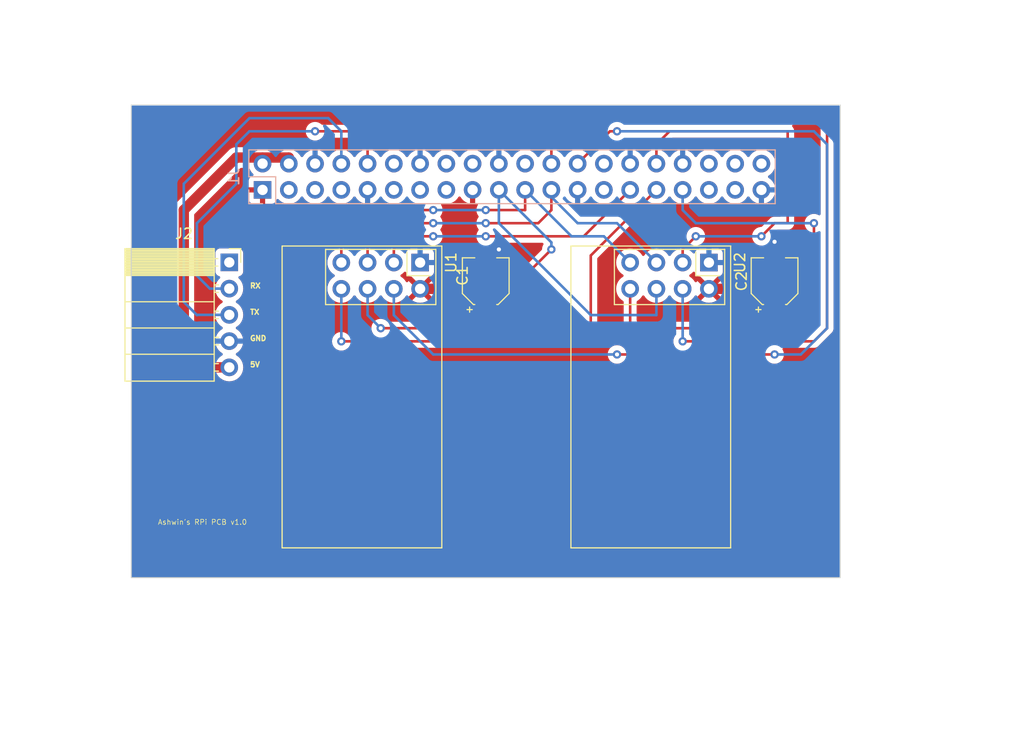
<source format=kicad_pcb>
(kicad_pcb (version 20221018) (generator pcbnew)
  (layers (0 "F.Cu" signal) (31 "B.Cu" signal) (34 "B.Paste" user) (35 "F.Paste" user) (36 "B.SilkS" user "B.Silkscreen") (37 "F.SilkS" user "F.Silkscreen") (38 "B.Mask" user) (39 "F.Mask" user) (44 "Edge.Cuts" user))
  (net 0 "")
  (net 1 "+3.3V")
  (net 2 "GND")
  (net 3 "+5V")
  (net 7 "Net-(J1-GPIO14{slash}TXD)")
  (net 8 "Net-(J1-GPIO15{slash}RXD)")
  (net 15 "Net-(J1-MOSI0{slash}GPIO10)")
  (net 16 "Net-(J1-MISO0{slash}GPIO9)")
  (net 18 "Net-(J1-SCLK0{slash}GPIO11)")
  (net 19 "Net-(J1-~{CE0}{slash}GPIO8)")
  (net 20 "Net-(J1-~{CE1}{slash}GPIO7)")
  (net 23 "Net-(J1-GCLK1{slash}GPIO5)")
  (net 24 "Net-(J1-GCLK2{slash}GPIO6)")
  (net 25 "Net-(J1-PWM0{slash}GPIO12)")
  (net 26 "Net-(J1-PWM1{slash}GPIO13)")
  (footprint "Connector_PinSocket_2.54mm:PinSocket_1x05_P2.54mm_Horizontal" (layer "F.Cu") (at 50.12 53.32)
    (fp_text reference "J2" (at -4.38 -2.77) (layer "F.SilkS"))
    (fp_text value "~")
    (fp_line (start -10.09 -1.33) (end -10.09 11.49) (stroke (width 0.12)) (layer "F.SilkS"))
    (fp_line (start -10.09 -1.33) (end -1.46 -1.33) (stroke (width 0.12)) (layer "F.SilkS"))
    (fp_line (start -10.09 -1.21) (end -1.46 -1.21) (stroke (width 0.12)) (layer "F.SilkS"))
    (fp_line (start -10.09 -1.091905) (end -1.46 -1.091905) (stroke (width 0.12)) (layer "F.SilkS"))
    (fp_line (start -10.09 -0.97381) (end -1.46 -0.97381) (stroke (width 0.12)) (layer "F.SilkS"))
    (fp_line (start -10.09 -0.855715) (end -1.46 -0.855715) (stroke (width 0.12)) (layer "F.SilkS"))
    (fp_line (start -10.09 -0.73762) (end -1.46 -0.73762) (stroke (width 0.12)) (layer "F.SilkS"))
    (fp_line (start -10.09 -0.619525) (end -1.46 -0.619525) (stroke (width 0.12)) (layer "F.SilkS"))
    (fp_line (start -10.09 -0.50143) (end -1.46 -0.50143) (stroke (width 0.12)) (layer "F.SilkS"))
    (fp_line (start -10.09 -0.383335) (end -1.46 -0.383335) (stroke (width 0.12)) (layer "F.SilkS"))
    (fp_line (start -10.09 -0.26524) (end -1.46 -0.26524) (stroke (width 0.12)) (layer "F.SilkS"))
    (fp_line (start -10.09 -0.147145) (end -1.46 -0.147145) (stroke (width 0.12)) (layer "F.SilkS"))
    (fp_line (start -10.09 -0.02905) (end -1.46 -0.02905) (stroke (width 0.12)) (layer "F.SilkS"))
    (fp_line (start -10.09 0.089045) (end -1.46 0.089045) (stroke (width 0.12)) (layer "F.SilkS"))
    (fp_line (start -10.09 0.20714) (end -1.46 0.20714) (stroke (width 0.12)) (layer "F.SilkS"))
    (fp_line (start -10.09 0.325235) (end -1.46 0.325235) (stroke (width 0.12)) (layer "F.SilkS"))
    (fp_line (start -10.09 0.44333) (end -1.46 0.44333) (stroke (width 0.12)) (layer "F.SilkS"))
    (fp_line (start -10.09 0.561425) (end -1.46 0.561425) (stroke (width 0.12)) (layer "F.SilkS"))
    (fp_line (start -10.09 0.67952) (end -1.46 0.67952) (stroke (width 0.12)) (layer "F.SilkS"))
    (fp_line (start -10.09 0.797615) (end -1.46 0.797615) (stroke (width 0.12)) (layer "F.SilkS"))
    (fp_line (start -10.09 0.91571) (end -1.46 0.91571) (stroke (width 0.12)) (layer "F.SilkS"))
    (fp_line (start -10.09 1.033805) (end -1.46 1.033805) (stroke (width 0.12)) (layer "F.SilkS"))
    (fp_line (start -10.09 1.1519) (end -1.46 1.1519) (stroke (width 0.12)) (layer "F.SilkS"))
    (fp_line (start -10.09 1.27) (end -1.46 1.27) (stroke (width 0.12)) (layer "F.SilkS"))
    (fp_line (start -10.09 3.81) (end -1.46 3.81) (stroke (width 0.12)) (layer "F.SilkS"))
    (fp_line (start -10.09 6.35) (end -1.46 6.35) (stroke (width 0.12)) (layer "F.SilkS"))
    (fp_line (start -10.09 8.89) (end -1.46 8.89) (stroke (width 0.12)) (layer "F.SilkS"))
    (fp_line (start -10.09 11.49) (end -1.46 11.49) (stroke (width 0.12)) (layer "F.SilkS"))
    (fp_line (start -1.46 -1.33) (end -1.46 11.49) (stroke (width 0.12)) (layer "F.SilkS"))
    (fp_line (start -1.46 -0.36) (end -1.11 -0.36) (stroke (width 0.12)) (layer "F.SilkS"))
    (fp_line (start -1.46 0.36) (end -1.11 0.36) (stroke (width 0.12)) (layer "F.SilkS"))
    (fp_line (start -1.46 2.18) (end -1.05 2.18) (stroke (width 0.12)) (layer "F.SilkS"))
    (fp_line (start -1.46 2.9) (end -1.05 2.9) (stroke (width 0.12)) (layer "F.SilkS"))
    (fp_line (start -1.46 4.72) (end -1.05 4.72) (stroke (width 0.12)) (layer "F.SilkS"))
    (fp_line (start -1.46 5.44) (end -1.05 5.44) (stroke (width 0.12)) (layer "F.SilkS"))
    (fp_line (start -1.46 7.26) (end -1.05 7.26) (stroke (width 0.12)) (layer "F.SilkS"))
    (fp_line (start -1.46 7.98) (end -1.05 7.98) (stroke (width 0.12)) (layer "F.SilkS"))
    (fp_line (start -1.46 9.8) (end -1.05 9.8) (stroke (width 0.12)) (layer "F.SilkS"))
    (fp_line (start -1.46 10.52) (end -1.05 10.52) (stroke (width 0.12)) (layer "F.SilkS"))
    (fp_line (start 0 -1.33) (end 1.11 -1.33) (stroke (width 0.12)) (layer "F.SilkS"))
    (fp_line (start 1.11 -1.33) (end 1.11 0) (stroke (width 0.12)) (layer "F.SilkS"))
    (pad "1" thru_hole rect (at 0 0) (size 1.7 1.7) (drill 1) (layers "*.Cu" "*.Mask"))
    (pad "2" thru_hole oval (at 0 2.54) (size 1.7 1.7) (drill 1) (layers "*.Cu" "*.Mask") (net 8 "Net-(J1-GPIO15{slash}RXD)"))
    (pad "3" thru_hole oval (at 0 5.08) (size 1.7 1.7) (drill 1) (layers "*.Cu" "*.Mask") (net 7 "Net-(J1-GPIO14{slash}TXD)"))
    (pad "4" thru_hole oval (at 0 7.62) (size 1.7 1.7) (drill 1) (layers "*.Cu" "*.Mask") (net 2 "GND"))
    (pad "5" thru_hole oval (at 0 10.16) (size 1.7 1.7) (drill 1) (layers "*.Cu" "*.Mask") (net 3 "+5V"))
  )
  (footprint "Capacitor_SMD:CP_Elec_4x5.4" (layer "F.Cu") (at 102.87 55.14 90)
    (fp_text reference "C2" (at 0 -3.2 90) (layer "F.SilkS"))
    (fp_text value "10 uF")
    (fp_line (start -3 -1.56) (end -2.5 -1.56) (stroke (width 0.12)) (layer "F.SilkS"))
    (fp_line (start -2.75 -1.81) (end -2.75 -1.31) (stroke (width 0.12)) (layer "F.SilkS"))
    (fp_line (start -2.26 -1.195563) (end -2.26 -1.06) (stroke (width 0.12)) (layer "F.SilkS"))
    (fp_line (start -2.26 -1.195563) (end -1.195563 -2.26) (stroke (width 0.12)) (layer "F.SilkS"))
    (fp_line (start -2.26 1.195563) (end -2.26 1.06) (stroke (width 0.12)) (layer "F.SilkS"))
    (fp_line (start -2.26 1.195563) (end -1.195563 2.26) (stroke (width 0.12)) (layer "F.SilkS"))
    (fp_line (start -1.195563 -2.26) (end 2.26 -2.26) (stroke (width 0.12)) (layer "F.SilkS"))
    (fp_line (start -1.195563 2.26) (end 2.26 2.26) (stroke (width 0.12)) (layer "F.SilkS"))
    (fp_line (start 2.26 -2.26) (end 2.26 -1.06) (stroke (width 0.12)) (layer "F.SilkS"))
    (fp_line (start 2.26 2.26) (end 2.26 1.06) (stroke (width 0.12)) (layer "F.SilkS"))
    (pad "1" smd roundrect (at -1.8 0 90) (size 2.6 1.6) (layers "F.Cu" "F.Paste" "F.Mask") (roundrect_rratio 0.15625) (net 1 "+3.3V"))
    (pad "2" smd roundrect (at 1.8 0 90) (size 2.6 1.6) (layers "F.Cu" "F.Paste" "F.Mask") (roundrect_rratio 0.15625) (net 2 "GND"))
  )
  (footprint "RF_Module:nRF24L01_Breakout" (layer "F.Cu") (at 68.58 53.34 -90)
    (fp_text reference "U1" (at 0 -3 90) (layer "F.SilkS"))
    (fp_text value "NRF24L01_Breakout")
    (fp_line (start -1.6 -2.1) (end -1.6 -2.1) (stroke (width 0.12)) (layer "F.SilkS"))
    (fp_line (start -1.6 -2.1) (end 27.6 -2.1) (stroke (width 0.12)) (layer "F.SilkS"))
    (fp_line (start -1.6 13.35) (end -1.6 -2.1) (stroke (width 0.12)) (layer "F.SilkS"))
    (fp_line (start -1.27 -1.524) (end -1.27 -1.524) (stroke (width 0.12)) (layer "F.SilkS"))
    (fp_line (start -1.27 -1.524) (end 4.064 -1.524) (stroke (width 0.12)) (layer "F.SilkS"))
    (fp_line (start -1.27 9.144) (end -1.27 -1.524) (stroke (width 0.12)) (layer "F.SilkS"))
    (fp_line (start -1.27 9.144) (end -1.27 9.144) (stroke (width 0.12)) (layer "F.SilkS"))
    (fp_line (start -1.016 1.27) (end -1.016 1.27) (stroke (width 0.12)) (layer "F.SilkS"))
    (fp_line (start 1.27 -1.016) (end 1.27 1.27) (stroke (width 0.12)) (layer "F.SilkS"))
    (fp_line (start 1.27 1.27) (end -1.016 1.27) (stroke (width 0.12)) (layer "F.SilkS"))
    (fp_line (start 4.064 -1.524) (end 4.064 9.144) (stroke (width 0.12)) (layer "F.SilkS"))
    (fp_line (start 4.064 9.144) (end -1.27 9.144) (stroke (width 0.12)) (layer "F.SilkS"))
    (fp_line (start 27.6 -2.1) (end 27.6 13.35) (stroke (width 0.12)) (layer "F.SilkS"))
    (fp_line (start 27.6 13.35) (end -1.6 13.35) (stroke (width 0.12)) (layer "F.SilkS"))
    (pad "1" thru_hole rect (at 0 0 270) (size 1.7 1.7) (drill 1) (layers "*.Cu" "*.Mask") (net 2 "GND"))
    (pad "2" thru_hole circle (at 2.54 0 270) (size 1.7 1.7) (drill 1) (layers "*.Cu" "*.Mask") (net 1 "+3.3V"))
    (pad "3" thru_hole circle (at 0 2.54 270) (size 1.7 1.7) (drill 1) (layers "*.Cu" "*.Mask") (net 23 "Net-(J1-GCLK1{slash}GPIO5)"))
    (pad "4" thru_hole circle (at 2.54 2.54 270) (size 1.7 1.7) (drill 1) (layers "*.Cu" "*.Mask") (net 20 "Net-(J1-~{CE1}{slash}GPIO7)"))
    (pad "5" thru_hole circle (at 0 5.08 270) (size 1.7 1.7) (drill 1) (layers "*.Cu" "*.Mask") (net 18 "Net-(J1-SCLK0{slash}GPIO11)"))
    (pad "6" thru_hole circle (at 2.54 5.08 270) (size 1.7 1.7) (drill 1) (layers "*.Cu" "*.Mask") (net 15 "Net-(J1-MOSI0{slash}GPIO10)"))
    (pad "7" thru_hole circle (at 0 7.62 270) (size 1.7 1.7) (drill 1) (layers "*.Cu" "*.Mask") (net 16 "Net-(J1-MISO0{slash}GPIO9)"))
    (pad "8" thru_hole circle (at 2.54 7.62 270) (size 1.7 1.7) (drill 1) (layers "*.Cu" "*.Mask") (net 24 "Net-(J1-GCLK2{slash}GPIO6)"))
  )
  (footprint "RF_Module:nRF24L01_Breakout" (layer "F.Cu") (at 96.52 53.34 -90)
    (fp_text reference "U2" (at 0 -3 90) (layer "F.SilkS"))
    (fp_text value "NRF24L01_Breakout")
    (fp_line (start -1.6 -2.1) (end -1.6 -2.1) (stroke (width 0.12)) (layer "F.SilkS"))
    (fp_line (start -1.6 -2.1) (end 27.6 -2.1) (stroke (width 0.12)) (layer "F.SilkS"))
    (fp_line (start -1.6 13.35) (end -1.6 -2.1) (stroke (width 0.12)) (layer "F.SilkS"))
    (fp_line (start -1.27 -1.524) (end -1.27 -1.524) (stroke (width 0.12)) (layer "F.SilkS"))
    (fp_line (start -1.27 -1.524) (end 4.064 -1.524) (stroke (width 0.12)) (layer "F.SilkS"))
    (fp_line (start -1.27 9.144) (end -1.27 -1.524) (stroke (width 0.12)) (layer "F.SilkS"))
    (fp_line (start -1.27 9.144) (end -1.27 9.144) (stroke (width 0.12)) (layer "F.SilkS"))
    (fp_line (start -1.016 1.27) (end -1.016 1.27) (stroke (width 0.12)) (layer "F.SilkS"))
    (fp_line (start 1.27 -1.016) (end 1.27 1.27) (stroke (width 0.12)) (layer "F.SilkS"))
    (fp_line (start 1.27 1.27) (end -1.016 1.27) (stroke (width 0.12)) (layer "F.SilkS"))
    (fp_line (start 4.064 -1.524) (end 4.064 9.144) (stroke (width 0.12)) (layer "F.SilkS"))
    (fp_line (start 4.064 9.144) (end -1.27 9.144) (stroke (width 0.12)) (layer "F.SilkS"))
    (fp_line (start 27.6 -2.1) (end 27.6 13.35) (stroke (width 0.12)) (layer "F.SilkS"))
    (fp_line (start 27.6 13.35) (end -1.6 13.35) (stroke (width 0.12)) (layer "F.SilkS"))
    (pad "1" thru_hole rect (at 0 0 270) (size 1.7 1.7) (drill 1) (layers "*.Cu" "*.Mask") (net 2 "GND"))
    (pad "2" thru_hole circle (at 2.54 0 270) (size 1.7 1.7) (drill 1) (layers "*.Cu" "*.Mask") (net 1 "+3.3V"))
    (pad "3" thru_hole circle (at 0 2.54 270) (size 1.7 1.7) (drill 1) (layers "*.Cu" "*.Mask") (net 25 "Net-(J1-PWM0{slash}GPIO12)"))
    (pad "4" thru_hole circle (at 2.54 2.54 270) (size 1.7 1.7) (drill 1) (layers "*.Cu" "*.Mask") (net 19 "Net-(J1-~{CE0}{slash}GPIO8)"))
    (pad "5" thru_hole circle (at 0 5.08 270) (size 1.7 1.7) (drill 1) (layers "*.Cu" "*.Mask") (net 18 "Net-(J1-SCLK0{slash}GPIO11)"))
    (pad "6" thru_hole circle (at 2.54 5.08 270) (size 1.7 1.7) (drill 1) (layers "*.Cu" "*.Mask") (net 15 "Net-(J1-MOSI0{slash}GPIO10)"))
    (pad "7" thru_hole circle (at 0 7.62 270) (size 1.7 1.7) (drill 1) (layers "*.Cu" "*.Mask") (net 16 "Net-(J1-MISO0{slash}GPIO9)"))
    (pad "8" thru_hole circle (at 2.54 7.62 270) (size 1.7 1.7) (drill 1) (layers "*.Cu" "*.Mask") (net 26 "Net-(J1-PWM1{slash}GPIO13)"))
  )
  (footprint "Capacitor_SMD:CP_Elec_4x5.4" (layer "F.Cu") (at 74.93 55.14 90)
    (fp_text reference "C1" (at 0.532219 -2.26 90) (layer "F.SilkS"))
    (fp_text value "10 uF")
    (fp_line (start -3 -1.56) (end -2.5 -1.56) (stroke (width 0.12)) (layer "F.SilkS"))
    (fp_line (start -2.75 -1.81) (end -2.75 -1.31) (stroke (width 0.12)) (layer "F.SilkS"))
    (fp_line (start -2.26 -1.195563) (end -2.26 -1.06) (stroke (width 0.12)) (layer "F.SilkS"))
    (fp_line (start -2.26 -1.195563) (end -1.195563 -2.26) (stroke (width 0.12)) (layer "F.SilkS"))
    (fp_line (start -2.26 1.195563) (end -2.26 1.06) (stroke (width 0.12)) (layer "F.SilkS"))
    (fp_line (start -2.26 1.195563) (end -1.195563 2.26) (stroke (width 0.12)) (layer "F.SilkS"))
    (fp_line (start -1.195563 -2.26) (end 2.26 -2.26) (stroke (width 0.12)) (layer "F.SilkS"))
    (fp_line (start -1.195563 2.26) (end 2.26 2.26) (stroke (width 0.12)) (layer "F.SilkS"))
    (fp_line (start 2.26 -2.26) (end 2.26 -1.06) (stroke (width 0.12)) (layer "F.SilkS"))
    (fp_line (start 2.26 2.26) (end 2.26 1.06) (stroke (width 0.12)) (layer "F.SilkS"))
    (pad "1" smd roundrect (at -1.8 0 90) (size 2.6 1.6) (layers "F.Cu" "F.Paste" "F.Mask") (roundrect_rratio 0.15625) (net 1 "+3.3V"))
    (pad "2" smd roundrect (at 1.8 0 90) (size 2.6 1.6) (layers "F.Cu" "F.Paste" "F.Mask") (roundrect_rratio 0.15625) (net 2 "GND"))
  )
  (footprint "Connector_PinSocket_2.54mm:PinSocket_2x20_P2.54mm_Vertical" (layer "B.Cu") (at 53.34 46.31 -90)
    (fp_text reference "J1" (at -1.27 2.77 -270) (layer "B.SilkS") (effects (justify mirror)))
    (fp_text value "Raspberry_Pi_2_3")
    (fp_line (start -3.87 -49.59) (end 1.33 -49.59) (stroke (width 0.12)) (layer "B.SilkS"))
    (fp_line (start -3.87 1.33) (end -3.87 -49.59) (stroke (width 0.12)) (layer "B.SilkS"))
    (fp_line (start -3.87 1.33) (end -1.27 1.33) (stroke (width 0.12)) (layer "B.SilkS"))
    (fp_line (start -1.27 -1.27) (end 1.33 -1.27) (stroke (width 0.12)) (layer "B.SilkS"))
    (fp_line (start -1.27 1.33) (end -1.27 -1.27) (stroke (width 0.12)) (layer "B.SilkS"))
    (fp_line (start 0 1.33) (end 1.33 1.33) (stroke (width 0.12)) (layer "B.SilkS"))
    (fp_line (start 1.33 -1.27) (end 1.33 -49.59) (stroke (width 0.12)) (layer "B.SilkS"))
    (fp_line (start 1.33 1.33) (end 1.33 0) (stroke (width 0.12)) (layer "B.SilkS"))
    (pad "1" thru_hole rect (at 0 0 270) (size 1.7 1.7) (drill 1) (layers "*.Cu" "*.Mask") (net 1 "+3.3V"))
    (pad "2" thru_hole oval (at -2.54 0 270) (size 1.7 1.7) (drill 1) (layers "*.Cu" "*.Mask") (net 3 "+5V"))
    (pad "3" thru_hole oval (at 0 -2.54 270) (size 1.7 1.7) (drill 1) (layers "*.Cu" "*.Mask"))
    (pad "4" thru_hole oval (at -2.54 -2.54 270) (size 1.7 1.7) (drill 1) (layers "*.Cu" "*.Mask") (net 3 "+5V"))
    (pad "5" thru_hole oval (at 0 -5.08 270) (size 1.7 1.7) (drill 1) (layers "*.Cu" "*.Mask"))
    (pad "6" thru_hole oval (at -2.54 -5.08 270) (size 1.7 1.7) (drill 1) (layers "*.Cu" "*.Mask") (net 2 "GND"))
    (pad "7" thru_hole oval (at 0 -7.62 270) (size 1.7 1.7) (drill 1) (layers "*.Cu" "*.Mask"))
    (pad "8" thru_hole oval (at -2.54 -7.62 270) (size 1.7 1.7) (drill 1) (layers "*.Cu" "*.Mask") (net 7 "Net-(J1-GPIO14{slash}TXD)"))
    (pad "9" thru_hole oval (at 0 -10.16 270) (size 1.7 1.7) (drill 1) (layers "*.Cu" "*.Mask") (net 2 "GND"))
    (pad "10" thru_hole oval (at -2.54 -10.16 270) (size 1.7 1.7) (drill 1) (layers "*.Cu" "*.Mask") (net 8 "Net-(J1-GPIO15{slash}RXD)"))
    (pad "11" thru_hole oval (at 0 -12.7 270) (size 1.7 1.7) (drill 1) (layers "*.Cu" "*.Mask"))
    (pad "12" thru_hole oval (at -2.54 -12.7 270) (size 1.7 1.7) (drill 1) (layers "*.Cu" "*.Mask"))
    (pad "13" thru_hole oval (at 0 -15.24 270) (size 1.7 1.7) (drill 1) (layers "*.Cu" "*.Mask"))
    (pad "14" thru_hole oval (at -2.54 -15.24 270) (size 1.7 1.7) (drill 1) (layers "*.Cu" "*.Mask") (net 2 "GND"))
    (pad "15" thru_hole oval (at 0 -17.78 270) (size 1.7 1.7) (drill 1) (layers "*.Cu" "*.Mask"))
    (pad "16" thru_hole oval (at -2.54 -17.78 270) (size 1.7 1.7) (drill 1) (layers "*.Cu" "*.Mask"))
    (pad "17" thru_hole oval (at 0 -20.32 270) (size 1.7 1.7) (drill 1) (layers "*.Cu" "*.Mask") (net 1 "+3.3V"))
    (pad "18" thru_hole oval (at -2.54 -20.32 270) (size 1.7 1.7) (drill 1) (layers "*.Cu" "*.Mask"))
    (pad "19" thru_hole oval (at 0 -22.86 270) (size 1.7 1.7) (drill 1) (layers "*.Cu" "*.Mask") (net 15 "Net-(J1-MOSI0{slash}GPIO10)"))
    (pad "20" thru_hole oval (at -2.54 -22.86 270) (size 1.7 1.7) (drill 1) (layers "*.Cu" "*.Mask") (net 2 "GND"))
    (pad "21" thru_hole oval (at 0 -25.4 270) (size 1.7 1.7) (drill 1) (layers "*.Cu" "*.Mask") (net 16 "Net-(J1-MISO0{slash}GPIO9)"))
    (pad "22" thru_hole oval (at -2.54 -25.4 270) (size 1.7 1.7) (drill 1) (layers "*.Cu" "*.Mask"))
    (pad "23" thru_hole oval (at 0 -27.94 270) (size 1.7 1.7) (drill 1) (layers "*.Cu" "*.Mask") (net 18 "Net-(J1-SCLK0{slash}GPIO11)"))
    (pad "24" thru_hole oval (at -2.54 -27.94 270) (size 1.7 1.7) (drill 1) (layers "*.Cu" "*.Mask") (net 19 "Net-(J1-~{CE0}{slash}GPIO8)"))
    (pad "25" thru_hole oval (at 0 -30.48 270) (size 1.7 1.7) (drill 1) (layers "*.Cu" "*.Mask") (net 2 "GND"))
    (pad "26" thru_hole oval (at -2.54 -30.48 270) (size 1.7 1.7) (drill 1) (layers "*.Cu" "*.Mask") (net 20 "Net-(J1-~{CE1}{slash}GPIO7)"))
    (pad "27" thru_hole oval (at 0 -33.02 270) (size 1.7 1.7) (drill 1) (layers "*.Cu" "*.Mask"))
    (pad "28" thru_hole oval (at -2.54 -33.02 270) (size 1.7 1.7) (drill 1) (layers "*.Cu" "*.Mask"))
    (pad "29" thru_hole oval (at 0 -35.56 270) (size 1.7 1.7) (drill 1) (layers "*.Cu" "*.Mask") (net 23 "Net-(J1-GCLK1{slash}GPIO5)"))
    (pad "30" thru_hole oval (at -2.54 -35.56 270) (size 1.7 1.7) (drill 1) (layers "*.Cu" "*.Mask") (net 2 "GND"))
    (pad "31" thru_hole oval (at 0 -38.1 270) (size 1.7 1.7) (drill 1) (layers "*.Cu" "*.Mask") (net 24 "Net-(J1-GCLK2{slash}GPIO6)"))
    (pad "32" thru_hole oval (at -2.54 -38.1 270) (size 1.7 1.7) (drill 1) (layers "*.Cu" "*.Mask") (net 25 "Net-(J1-PWM0{slash}GPIO12)"))
    (pad "33" thru_hole oval (at 0 -40.64 270) (size 1.7 1.7) (drill 1) (layers "*.Cu" "*.Mask") (net 26 "Net-(J1-PWM1{slash}GPIO13)"))
    (pad "34" thru_hole oval (at -2.54 -40.64 270) (size 1.7 1.7) (drill 1) (layers "*.Cu" "*.Mask") (net 2 "GND"))
    (pad "35" thru_hole oval (at 0 -43.18 270) (size 1.7 1.7) (drill 1) (layers "*.Cu" "*.Mask"))
    (pad "36" thru_hole oval (at -2.54 -43.18 270) (size 1.7 1.7) (drill 1) (layers "*.Cu" "*.Mask"))
    (pad "37" thru_hole oval (at 0 -45.72 270) (size 1.7 1.7) (drill 1) (layers "*.Cu" "*.Mask"))
    (pad "38" thru_hole oval (at -2.54 -45.72 270) (size 1.7 1.7) (drill 1) (layers "*.Cu" "*.Mask"))
    (pad "39" thru_hole oval (at 0 -48.26 270) (size 1.7 1.7) (drill 1) (layers "*.Cu" "*.Mask") (net 2 "GND"))
    (pad "40" thru_hole oval (at -2.54 -48.26 270) (size 1.7 1.7) (drill 1) (layers "*.Cu" "*.Mask"))
  )
  (gr_rect (start 40.64 38.1) (end 109.22 83.82) (stroke (width 0.1)) (fill none) (layer "Edge.Cuts"))
  (gr_text "GND" (at 52.07 60.96) (layer "F.SilkS") (effects (font (size 0.5 0.5) (thickness 0.125)) (justify left bottom)))
  (gr_text "TX" (at 52.07 58.42) (layer "F.SilkS") (effects (font (size 0.5 0.5) (thickness 0.125)) (justify left bottom)))
  (gr_text "RX" (at 52.07 55.88) (layer "F.SilkS") (effects (font (size 0.5 0.5) (thickness 0.125)) (justify left bottom)))
  (gr_text "Ashwin's RPi PCB v1.0" (at 43.18 78.74) (layer "F.SilkS") (effects (font (size 0.5 0.5) (thickness 0.0625)) (justify left bottom)))
  (gr_text "5V" (at 52.07 63.5) (layer "F.SilkS") (effects (font (size 0.5 0.5) (thickness 0.125)) (justify left bottom)))
  (segment (start 68.58 55.88) (end 71.12 55.88) (width 1) (layer "F.Cu") (net 1))
  (segment (start 102.66 57.15) (end 102.87 56.94) (width 1) (layer "F.Cu") (net 1))
  (segment (start 99.06 55.88) (end 100.33 57.15) (width 1) (layer "F.Cu") (net 1))
  (segment (start 96.52 55.88) (end 99.06 55.88) (width 1) (layer "F.Cu") (net 1))
  (segment (start 71.12 55.88) (end 72.39 57.15) (width 1) (layer "F.Cu") (net 1))
  (segment (start 74.72 57.15) (end 74.93 56.94) (width 1) (layer "F.Cu") (net 1))
  (segment (start 72.39 57.15) (end 74.72 57.15) (width 1) (layer "F.Cu") (net 1))
  (segment (start 100.33 57.15) (end 102.66 57.15) (width 1) (layer "F.Cu") (net 1))
  (segment (start 76.2 52.07) (end 74.93 53.34) (width 0.25) (layer "F.Cu") (net 2))
  (segment (start 102.87 53.34) (end 102.87 51.33) (width 0.25) (layer "F.Cu") (net 2))
  (via (at 76.2 52.07) (size 0.8) (drill 0.4) (layers "F.Cu" "B.Cu") (net 2))
  (via (at 102.87 51.33) (size 0.8) (drill 0.4) (layers "F.Cu" "B.Cu") (net 2))
  (segment (start 45.72 48.26) (end 45.72 60.96) (width 1) (layer "F.Cu") (net 3))
  (segment (start 53.34 43.18) (end 53.34 43.77) (width 1) (layer "F.Cu") (net 3))
  (segment (start 50.8 43.18) (end 45.72 48.26) (width 1) (layer "F.Cu") (net 3))
  (segment (start 55.88 43.77) (end 55.88 43.18) (width 1) (layer "F.Cu") (net 3))
  (segment (start 45.72 60.96) (end 48.24 63.48) (width 1) (layer "F.Cu") (net 3))
  (segment (start 50.8 43.18) (end 55.88 43.18) (width 1) (layer "F.Cu") (net 3))
  (segment (start 48.24 63.48) (end 50.12 63.48) (width 1) (layer "F.Cu") (net 3))
  (segment (start 46.99 58.42) (end 45.72 57.15) (width 0.25) (layer "B.Cu") (net 7))
  (segment (start 52.07 39.37) (end 59.69 39.37) (width 0.25) (layer "B.Cu") (net 7))
  (segment (start 45.72 57.15) (end 45.72 45.72) (width 0.25) (layer "B.Cu") (net 7))
  (segment (start 45.72 45.72) (end 52.07 39.37) (width 0.25) (layer "B.Cu") (net 7))
  (segment (start 50.12 58.4) (end 47.01 58.4) (width 0.25) (layer "B.Cu") (net 7))
  (segment (start 60.96 40.64) (end 60.96 43.77) (width 0.25) (layer "B.Cu") (net 7))
  (segment (start 47.01 58.4) (end 46.99 58.42) (width 0.25) (layer "B.Cu") (net 7))
  (segment (start 59.69 39.37) (end 60.96 40.64) (width 0.25) (layer "B.Cu") (net 7))
  (segment (start 62.23 40.64) (end 63.5 41.91) (width 0.25) (layer "F.Cu") (net 8))
  (segment (start 58.42 40.64) (end 62.23 40.64) (width 0.25) (layer "F.Cu") (net 8))
  (segment (start 63.5 41.91) (end 63.5 43.77) (width 0.25) (layer "F.Cu") (net 8))
  (via (at 58.42 40.64) (size 0.8) (drill 0.4) (layers "F.Cu" "B.Cu") (net 8))
  (segment (start 50.8 45.72) (end 50.8 41.91) (width 0.25) (layer "B.Cu") (net 8))
  (segment (start 50.8 41.91) (end 52.07 40.64) (width 0.25) (layer "B.Cu") (net 8))
  (segment (start 50.12 55.86) (end 48.24 55.86) (width 0.25) (layer "B.Cu") (net 8))
  (segment (start 48.24 55.86) (end 46.99 54.61) (width 0.25) (layer "B.Cu") (net 8))
  (segment (start 46.99 49.53) (end 49.53 46.99) (width 0.25) (layer "B.Cu") (net 8))
  (segment (start 49.53 46.99) (end 50.8 45.72) (width 0.25) (layer "B.Cu") (net 8))
  (segment (start 52.07 40.64) (end 58.42 40.64) (width 0.25) (layer "B.Cu") (net 8))
  (segment (start 46.99 54.61) (end 46.99 49.53) (width 0.25) (layer "B.Cu") (net 8))
  (segment (start 76.2 59.69) (end 78.74 57.15) (width 0.25) (layer "F.Cu") (net 15))
  (segment (start 64.77 59.69) (end 76.2 59.69) (width 0.25) (layer "F.Cu") (net 15))
  (segment (start 78.74 54.61) (end 81.28 52.07) (width 0.25) (layer "F.Cu") (net 15))
  (segment (start 78.74 57.15) (end 78.74 54.61) (width 0.25) (layer "F.Cu") (net 15))
  (via (at 64.77 59.69) (size 0.8) (drill 0.4) (layers "F.Cu" "B.Cu") (net 15))
  (via (at 81.28 52.07) (size 0.8) (drill 0.4) (layers "F.Cu" "B.Cu") (net 15))
  (segment (start 63.5 58.42) (end 64.77 59.69) (width 0.25) (layer "B.Cu") (net 15))
  (segment (start 76.2 49.53) (end 76.2 46.31) (width 0.25) (layer "B.Cu") (net 15))
  (segment (start 85.09 58.42) (end 76.2 49.53) (width 0.25) (layer "B.Cu") (net 15))
  (segment (start 81.28 51.39) (end 76.2 46.31) (width 0.25) (layer "B.Cu") (net 15))
  (segment (start 63.5 55.88) (end 63.5 58.42) (width 0.25) (layer "B.Cu") (net 15))
  (segment (start 81.28 52.07) (end 81.28 51.39) (width 0.25) (layer "B.Cu") (net 15))
  (segment (start 91.44 55.88) (end 91.44 58.42) (width 0.25) (layer "B.Cu") (net 15))
  (segment (start 91.44 58.42) (end 85.09 58.42) (width 0.25) (layer "B.Cu") (net 15))
  (segment (start 63.5 48.26) (end 69.85 48.26) (width 0.25) (layer "F.Cu") (net 16))
  (segment (start 78.74 48.26) (end 78.74 46.31) (width 0.25) (layer "F.Cu") (net 16))
  (segment (start 60.96 53.34) (end 60.96 50.8) (width 0.25) (layer "F.Cu") (net 16))
  (segment (start 60.96 50.8) (end 63.5 48.26) (width 0.25) (layer "F.Cu") (net 16))
  (segment (start 74.93 48.26) (end 78.74 48.26) (width 0.25) (layer "F.Cu") (net 16))
  (via (at 69.85 48.26) (size 0.8) (drill 0.4) (layers "F.Cu" "B.Cu") (net 16))
  (via (at 74.93 48.26) (size 0.8) (drill 0.4) (layers "F.Cu" "B.Cu") (net 16))
  (segment (start 86.36 50.8) (end 83.23 50.8) (width 0.25) (layer "B.Cu") (net 16))
  (segment (start 88.9 53.34) (end 86.36 50.8) (width 0.25) (layer "B.Cu") (net 16))
  (segment (start 69.85 48.26) (end 74.93 48.26) (width 0.25) (layer "B.Cu") (net 16))
  (segment (start 83.23 50.8) (end 78.74 46.31) (width 0.25) (layer "B.Cu") (net 16))
  (segment (start 81.28 48.26) (end 81.28 46.31) (width 0.25) (layer "F.Cu") (net 18))
  (segment (start 74.93 49.53) (end 80.01 49.53) (width 0.25) (layer "F.Cu") (net 18))
  (segment (start 64.77 49.53) (end 69.85 49.53) (width 0.25) (layer "F.Cu") (net 18))
  (segment (start 80.01 49.53) (end 81.28 48.26) (width 0.25) (layer "F.Cu") (net 18))
  (segment (start 63.5 50.8) (end 64.77 49.53) (width 0.25) (layer "F.Cu") (net 18))
  (segment (start 63.5 53.34) (end 63.5 50.8) (width 0.25) (layer "F.Cu") (net 18))
  (via (at 69.85 49.53) (size 0.8) (drill 0.4) (layers "F.Cu" "B.Cu") (net 18))
  (via (at 74.93 49.53) (size 0.8) (drill 0.4) (layers "F.Cu" "B.Cu") (net 18))
  (segment (start 83.82 49.53) (end 81.28 46.99) (width 0.25) (layer "B.Cu") (net 18))
  (segment (start 87.63 49.53) (end 83.82 49.53) (width 0.25) (layer "B.Cu") (net 18))
  (segment (start 91.44 53.34) (end 87.63 49.53) (width 0.25) (layer "B.Cu") (net 18))
  (segment (start 74.93 49.53) (end 69.85 49.53) (width 0.25) (layer "B.Cu") (net 18))
  (segment (start 106.68 60.96) (end 93.98 60.96) (width 0.25) (layer "F.Cu") (net 19))
  (segment (start 82.55 40.64) (end 83.82 39.37) (width 0.25) (layer "F.Cu") (net 19))
  (segment (start 83.82 39.37) (end 107.95 39.37) (width 0.25) (layer "F.Cu") (net 19))
  (segment (start 81.28 41.91) (end 82.55 40.64) (width 0.25) (layer "F.Cu") (net 19))
  (segment (start 107.95 39.37) (end 107.95 59.69) (width 0.25) (layer "F.Cu") (net 19))
  (segment (start 107.95 59.69) (end 106.68 60.96) (width 0.25) (layer "F.Cu") (net 19))
  (segment (start 81.28 43.77) (end 81.28 41.91) (width 0.25) (layer "F.Cu") (net 19))
  (via (at 93.98 60.96) (size 0.8) (drill 0.4) (layers "F.Cu" "B.Cu") (net 19))
  (segment (start 93.98 60.96) (end 93.98 55.88) (width 0.25) (layer "B.Cu") (net 19))
  (segment (start 86.95 40.64) (end 83.82 43.77) (width 0.25) (layer "F.Cu") (net 20))
  (segment (start 87.63 40.64) (end 86.95 40.64) (width 0.25) (layer "F.Cu") (net 20))
  (segment (start 87.63 62.23) (end 102.87 62.23) (width 0.25) (layer "F.Cu") (net 20))
  (via (at 102.87 62.23) (size 0.8) (drill 0.4) (layers "F.Cu" "B.Cu") (net 20))
  (via (at 87.63 40.64) (size 0.8) (drill 0.4) (layers "F.Cu" "B.Cu") (net 20))
  (via (at 87.63 62.23) (size 0.8) (drill 0.4) (layers "F.Cu" "B.Cu") (net 20))
  (segment (start 106.68 40.64) (end 107.95 41.91) (width 0.25) (layer "B.Cu") (net 20))
  (segment (start 69.85 62.23) (end 71.12 62.23) (width 0.25) (layer "B.Cu") (net 20))
  (segment (start 107.95 41.91) (end 107.95 59.69) (width 0.25) (layer "B.Cu") (net 20))
  (segment (start 87.63 40.64) (end 106.68 40.64) (width 0.25) (layer "B.Cu") (net 20))
  (segment (start 71.12 62.23) (end 87.63 62.23) (width 0.25) (layer "B.Cu") (net 20))
  (segment (start 107.95 59.69) (end 105.41 62.23) (width 0.25) (layer "B.Cu") (net 20))
  (segment (start 66.04 55.88) (end 66.04 58.42) (width 0.25) (layer "B.Cu") (net 20))
  (segment (start 66.04 58.42) (end 69.125 61.505) (width 0.25) (layer "B.Cu") (net 20))
  (segment (start 105.41 62.23) (end 102.87 62.23) (width 0.25) (layer "B.Cu") (net 20))
  (segment (start 69.125 61.505) (end 69.85 62.23) (width 0.25) (layer "B.Cu") (net 20))
  (segment (start 84.41 50.8) (end 88.9 46.31) (width 0.25) (layer "F.Cu") (net 23))
  (segment (start 66.04 52.07) (end 67.31 50.8) (width 0.25) (layer "F.Cu") (net 23))
  (segment (start 74.93 50.8) (end 84.41 50.8) (width 0.25) (layer "F.Cu") (net 23))
  (segment (start 66.04 53.34) (end 66.04 52.07) (width 0.25) (layer "F.Cu") (net 23))
  (segment (start 67.31 50.8) (end 69.85 50.8) (width 0.25) (layer "F.Cu") (net 23))
  (via (at 69.85 50.8) (size 0.8) (drill 0.4) (layers "F.Cu" "B.Cu") (net 23))
  (via (at 74.93 50.8) (size 0.8) (drill 0.4) (layers "F.Cu" "B.Cu") (net 23))
  (segment (start 69.85 50.8) (end 74.93 50.8) (width 0.25) (layer "B.Cu") (net 23))
  (segment (start 85.09 52.66) (end 91.44 46.31) (width 0.25) (layer "F.Cu") (net 24))
  (segment (start 85.09 59.69) (end 85.09 52.66) (width 0.25) (layer "F.Cu") (net 24))
  (segment (start 60.96 60.96) (end 83.82 60.96) (width 0.25) (layer "F.Cu") (net 24))
  (segment (start 83.82 60.96) (end 85.09 59.69) (width 0.25) (layer "F.Cu") (net 24))
  (via (at 60.96 60.96) (size 0.8) (drill 0.4) (layers "F.Cu" "B.Cu") (net 24))
  (segment (start 60.96 60.96) (end 60.96 55.88) (width 0.25) (layer "B.Cu") (net 24))
  (segment (start 101.6 50.8) (end 102.87 49.53) (width 0.25) (layer "F.Cu") (net 25))
  (segment (start 102.87 49.53) (end 104.14 49.53) (width 0.25) (layer "F.Cu") (net 25))
  (segment (start 93.98 53.34) (end 93.98 52.07) (width 0.25) (layer "F.Cu") (net 25))
  (segment (start 91.44 41.91) (end 91.44 43.77) (width 0.25) (layer "F.Cu") (net 25))
  (segment (start 92.71 40.64) (end 91.44 41.91) (width 0.25) (layer "F.Cu") (net 25))
  (segment (start 104.14 49.53) (end 104.14 40.64) (width 0.25) (layer "F.Cu") (net 25))
  (segment (start 104.14 40.64) (end 92.71 40.64) (width 0.25) (layer "F.Cu") (net 25))
  (segment (start 93.98 52.07) (end 95.25 50.8) (width 0.25) (layer "F.Cu") (net 25))
  (via (at 101.6 50.8) (size 0.8) (drill 0.4) (layers "F.Cu" "B.Cu") (net 25))
  (via (at 95.25 50.8) (size 0.8) (drill 0.4) (layers "F.Cu" "B.Cu") (net 25))
  (segment (start 95.25 50.8) (end 101.6 50.8) (width 0.25) (layer "B.Cu") (net 25))
  (segment (start 106.68 58.42) (end 106.68 49.53) (width 0.25) (layer "F.Cu") (net 26))
  (segment (start 88.9 59.69) (end 105.41 59.69) (width 0.25) (layer "F.Cu") (net 26))
  (segment (start 105.41 59.69) (end 106.68 58.42) (width 0.25) (layer "F.Cu") (net 26))
  (segment (start 88.9 55.88) (end 88.9 59.69) (width 0.25) (layer "F.Cu") (net 26))
  (via (at 106.68 49.53) (size 0.8) (drill 0.4) (layers "F.Cu" "B.Cu") (net 26))
  (segment (start 95.25 49.53) (end 93.98 48.26) (width 0.25) (layer "B.Cu") (net 26))
  (segment (start 93.98 48.26) (end 93.98 46.31) (width 0.25) (layer "B.Cu") (net 26))
  (segment (start 106.68 49.53) (end 95.25 49.53) (width 0.25) (layer "B.Cu") (net 26))
  (zone (net 1) (net_name "+3.3V") (layer "F.Cu") (connect_pads (clearance 0.5)) (min_thickness 0.25) (fill yes (thermal_gap 0.5) (thermal_bridge_width 0.5))
    (polygon (pts (xy 119.38 33.02) (xy 33.02 33.02) (xy 33.02 91.44) (xy 119.38 91.44)))
  )
  (zone (net 2) (net_name "GND") (layer "B.Cu") (priority 1) (connect_pads (clearance 0.5)) (min_thickness 0.25) (fill yes (thermal_gap 0.5) (thermal_bridge_width 0.5))
    (polygon (pts (xy 27.94 27.94) (xy 27.94 99.06) (xy 127 99.06) (xy 127 27.94)))
  )
)
</source>
